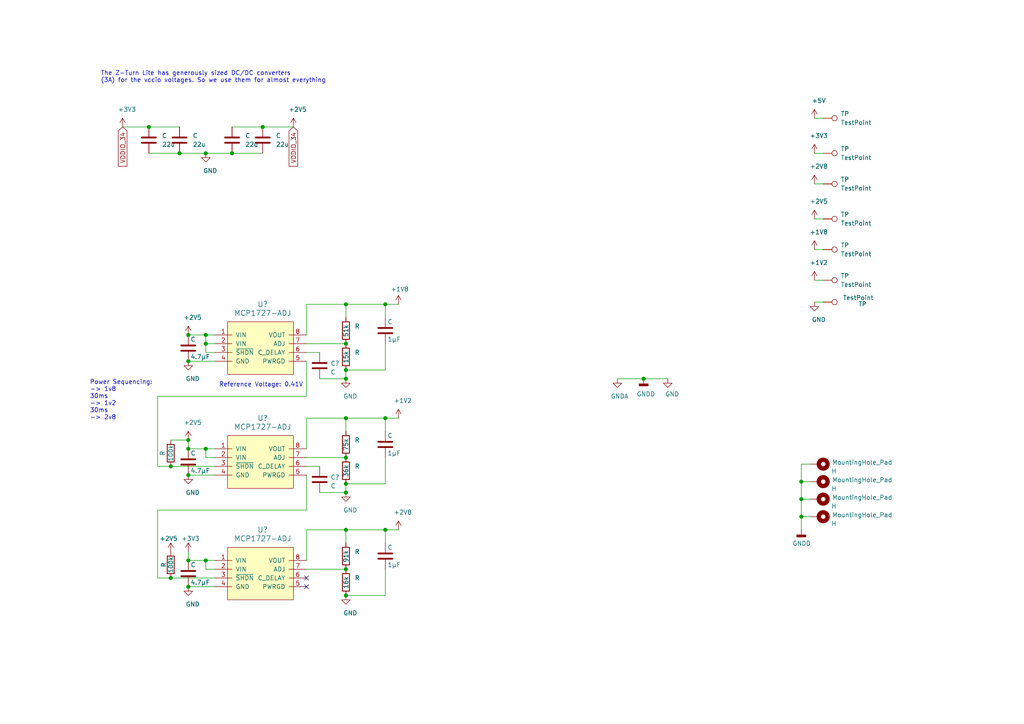
<source format=kicad_sch>
(kicad_sch (version 20201015) (generator eeschema)
  (paper "A4")
  (title_block (title "AXIOM Micro r2.1") (date "2021-01-18") (rev "2.1") (company "Apertus"))
  (lib_symbols
    (symbol "Connector:TestPoint" (pin_numbers hide) (pin_names (offset 0.762) hide)
      (property "Reference" "TP" (at 0 6.858 0))
      (property "Value" "TestPoint" (at 0 5.08 0))
      (symbol "TestPoint_0_1"
        (circle (center 0 3.302) (radius 0.762))
      )
      (symbol "TestPoint_1_1"
        (pin passive line (at 0 0 90) (length 2.54) (name "1") (number "1"))
      )
    )
    (symbol "Device:C" (pin_numbers hide) (pin_names (offset 0.254))
      (property "Reference" "C" (at 0.635 2.54 0))
      (property "Value" "C" (at 0.635 -2.54 0))
      (symbol "C_0_1"
        (polyline (pts (xy -2.032 -0.762) (xy 2.032 -0.762)) (stroke (width 0.508)))
        (polyline (pts (xy -2.032 0.762) (xy 2.032 0.762)) (stroke (width 0.508)))
      )
      (symbol "C_1_1"
        (pin passive line (at 0 3.81 270) (length 2.794) (name "~") (number "1"))
        (pin passive line (at 0 -3.81 90) (length 2.794) (name "~") (number "2"))
      )
    )
    (symbol "Device:R" (pin_numbers hide) (pin_names (offset 0))
      (property "Reference" "R" (at 2.032 0 90))
      (property "Value" "R" (at 0 0 90))
      (symbol "R_0_1"
        (rectangle (start -1.016 -2.54) (end 1.016 2.54) (stroke (width 0.254)))
      )
      (symbol "R_1_1"
        (pin passive line (at 0 3.81 270) (length 1.27) (name "~") (number "1"))
        (pin passive line (at 0 -3.81 90) (length 1.27) (name "~") (number "2"))
      )
    )
    (symbol "Mechanical:MountingHole_Pad" (pin_numbers hide) (pin_names (offset 1.016) hide)
      (property "Reference" "H" (at 0 6.35 0))
      (property "Value" "MountingHole_Pad" (at 0 4.445 0))
      (symbol "MountingHole_Pad_0_1"
        (circle (center 0 1.27) (radius 1.27) (stroke (width 1.27)))
      )
      (symbol "MountingHole_Pad_1_1"
        (pin input line (at 0 -2.54 90) (length 2.54) (name "1") (number "1"))
      )
    )
    (symbol "ic:MCP1727-ADJ" (pin_names (offset 1.016))
      (property "Reference" "U" (at 0 -8.89 0))
      (property "Value" "MCP1727-ADJ" (at 0 8.89 0))
      (symbol "MCP1727-ADJ_0_1"
        (rectangle (start -8.89 7.62) (end 10.16 -7.62) (fill (type background)))
      )
      (symbol "MCP1727-ADJ_1_1"
        (pin power_in line (at -12.7 3.81 0) (length 5.08) (name "VIN") (number "1"))
        (pin power_in line (at -12.7 1.27 0) (length 5.08) (name "VIN") (number "2"))
        (pin input line (at -12.7 -1.27 0) (length 5.08) (name "~SHDN") (number "3"))
        (pin power_in line (at -12.7 -3.81 0) (length 5.08) (name "GND") (number "4"))
        (pin output line (at 13.97 -3.81 180) (length 5.08) (name "PWRGD") (number "5"))
        (pin input line (at 13.97 -1.27 180) (length 5.08) (name "C_DELAY") (number "6"))
        (pin input line (at 13.97 1.27 180) (length 5.08) (name "ADJ") (number "7"))
        (pin power_out line (at 13.97 3.81 180) (length 5.08) (name "VOUT") (number "8"))
      )
    )
    (symbol "power:+1V2" (power) (pin_names (offset 0))
      (property "Value" "+1V2" (at 0 3.556 0))
      (symbol "+1V2_0_1"
        (polyline (pts (xy -0.762 1.27) (xy 0 2.54)))
        (polyline (pts (xy 0 0) (xy 0 2.54)))
        (polyline (pts (xy 0 2.54) (xy 0.762 1.27)))
      )
      (symbol "+1V2_1_1"
        (pin power_in line (at 0 0 90) (length 0) hide (name "+1V2") (number "1"))
      )
    )
    (symbol "power:+1V8" (power) (pin_names (offset 0))
      (property "Value" "+1V8" (at 0 3.556 0))
      (symbol "+1V8_0_1"
        (polyline (pts (xy -0.762 1.27) (xy 0 2.54)))
        (polyline (pts (xy 0 0) (xy 0 2.54)))
        (polyline (pts (xy 0 2.54) (xy 0.762 1.27)))
      )
      (symbol "+1V8_1_1"
        (pin power_in line (at 0 0 90) (length 0) hide (name "+1V8") (number "1"))
      )
    )
    (symbol "power:+2V5" (power) (pin_names (offset 0))
      (property "Value" "+2V5" (at 0 3.556 0))
      (symbol "+2V5_0_1"
        (polyline (pts (xy -0.762 1.27) (xy 0 2.54)))
        (polyline (pts (xy 0 0) (xy 0 2.54)))
        (polyline (pts (xy 0 2.54) (xy 0.762 1.27)))
      )
      (symbol "+2V5_1_1"
        (pin power_in line (at 0 0 90) (length 0) hide (name "+2V5") (number "1"))
      )
    )
    (symbol "power:+2V8" (power) (pin_names (offset 0))
      (property "Value" "+2V8" (at 0 3.556 0))
      (symbol "+2V8_0_1"
        (polyline (pts (xy -0.762 1.27) (xy 0 2.54)))
        (polyline (pts (xy 0 0) (xy 0 2.54)))
        (polyline (pts (xy 0 2.54) (xy 0.762 1.27)))
      )
      (symbol "+2V8_1_1"
        (pin power_in line (at 0 0 90) (length 0) hide (name "+2V8") (number "1"))
      )
    )
    (symbol "power:+3V3" (power) (pin_names (offset 0))
      (property "Value" "+3V3" (at 0 3.556 0))
      (symbol "+3V3_0_1"
        (polyline (pts (xy -0.762 1.27) (xy 0 2.54)))
        (polyline (pts (xy 0 0) (xy 0 2.54)))
        (polyline (pts (xy 0 2.54) (xy 0.762 1.27)))
      )
      (symbol "+3V3_1_1"
        (pin power_in line (at 0 0 90) (length 0) hide (name "+3V3") (number "1"))
      )
    )
    (symbol "power:+5V" (power) (pin_names (offset 0))
      (property "Value" "+5V" (at 0 3.556 0))
      (symbol "+5V_0_1"
        (polyline (pts (xy -0.762 1.27) (xy 0 2.54)))
        (polyline (pts (xy 0 0) (xy 0 2.54)))
        (polyline (pts (xy 0 2.54) (xy 0.762 1.27)))
      )
      (symbol "+5V_1_1"
        (pin power_in line (at 0 0 90) (length 0) hide (name "+5V") (number "1"))
      )
    )
    (symbol "power:GND" (power) (pin_names (offset 0))
      (property "Value" "GND" (at 0 -3.81 0))
      (symbol "GND_0_1"
        (polyline (pts (xy 0 0) (xy 0 -1.27) (xy 1.27 -1.27) (xy 0 -2.54) (xy -1.27 -1.27) (xy 0 -1.27)))
      )
      (symbol "GND_1_1"
        (pin power_in line (at 0 0 270) (length 0) hide (name "GND") (number "1"))
      )
    )
    (symbol "power:GNDA" (power) (pin_names (offset 0))
      (property "Value" "GNDA" (at 0 -3.81 0))
      (symbol "GNDA_0_1"
        (polyline (pts (xy 0 0) (xy 0 -1.27) (xy 1.27 -1.27) (xy 0 -2.54) (xy -1.27 -1.27) (xy 0 -1.27)))
      )
      (symbol "GNDA_1_1"
        (pin power_in line (at 0 0 270) (length 0) hide (name "GNDA") (number "1"))
      )
    )
    (symbol "power:GNDD" (power) (pin_names (offset 0))
      (property "Value" "GNDD" (at 0 -3.175 0))
      (symbol "GNDD_0_1"
        (rectangle (start -1.27 -1.524) (end 1.27 -2.032) (stroke (width 0.254)) (fill (type outline)))
        (polyline (pts (xy 0 0) (xy 0 -1.524)))
      )
      (symbol "GNDD_1_1"
        (pin power_in line (at 0 0 270) (length 0) hide (name "GNDD") (number "1"))
      )
    )
  )
  (junction (at 43.18 36.83) (diameter 1.016))
  (junction (at 49.53 135.255) (diameter 1.016))
  (junction (at 49.53 167.64) (diameter 1.016))
  (junction (at 52.07 44.45) (diameter 1.016))
  (junction (at 54.61 97.155) (diameter 1.016))
  (junction (at 54.61 104.775) (diameter 1.016))
  (junction (at 54.61 127.635) (diameter 1.016))
  (junction (at 54.61 130.175) (diameter 1.016))
  (junction (at 54.61 137.795) (diameter 1.016))
  (junction (at 54.61 162.56) (diameter 1.016))
  (junction (at 54.61 170.18) (diameter 1.016))
  (junction (at 59.69 44.45) (diameter 1.016))
  (junction (at 59.69 97.155) (diameter 1.016))
  (junction (at 59.69 99.695) (diameter 1.016))
  (junction (at 59.69 130.175) (diameter 1.016))
  (junction (at 59.69 162.56) (diameter 1.016))
  (junction (at 67.31 44.45) (diameter 1.016))
  (junction (at 76.2 36.83) (diameter 1.016))
  (junction (at 100.33 88.265) (diameter 1.016))
  (junction (at 100.33 99.695) (diameter 1.016))
  (junction (at 100.33 107.315) (diameter 1.016))
  (junction (at 100.33 109.855) (diameter 1.016))
  (junction (at 100.33 121.285) (diameter 1.016))
  (junction (at 100.33 132.715) (diameter 1.016))
  (junction (at 100.33 140.335) (diameter 1.016))
  (junction (at 100.33 142.875) (diameter 1.016))
  (junction (at 100.33 153.67) (diameter 1.016))
  (junction (at 100.33 165.1) (diameter 1.016))
  (junction (at 100.33 172.72) (diameter 1.016))
  (junction (at 111.76 88.265) (diameter 1.016))
  (junction (at 111.76 121.285) (diameter 1.016))
  (junction (at 111.76 153.67) (diameter 1.016))
  (junction (at 186.69 109.855) (diameter 1.016))
  (junction (at 232.41 139.7) (diameter 1.016))
  (junction (at 232.41 144.78) (diameter 1.016))
  (junction (at 232.41 149.86) (diameter 1.016))
  (no_connect (at 88.9 167.64))
  (no_connect (at 88.9 170.18))
  (wire (pts (xy 35.56 36.83) (xy 43.18 36.83)))
  (wire (pts (xy 43.18 36.83) (xy 52.07 36.83)))
  (wire (pts (xy 43.18 44.45) (xy 52.07 44.45)))
  (wire (pts (xy 45.72 114.935) (xy 45.72 135.255)))
  (wire (pts (xy 45.72 114.935) (xy 88.9 114.935)))
  (wire (pts (xy 45.72 135.255) (xy 49.53 135.255)))
  (wire (pts (xy 45.72 147.955) (xy 88.9 147.955)))
  (wire (pts (xy 45.72 167.64) (xy 45.72 147.955)))
  (wire (pts (xy 45.72 167.64) (xy 49.53 167.64)))
  (wire (pts (xy 49.53 127.635) (xy 54.61 127.635)))
  (wire (pts (xy 49.53 135.255) (xy 62.23 135.255)))
  (wire (pts (xy 49.53 167.64) (xy 62.23 167.64)))
  (wire (pts (xy 52.07 44.45) (xy 59.69 44.45)))
  (wire (pts (xy 54.61 97.155) (xy 59.69 97.155)))
  (wire (pts (xy 54.61 104.775) (xy 62.23 104.775)))
  (wire (pts (xy 54.61 127.635) (xy 54.61 130.175)))
  (wire (pts (xy 54.61 130.175) (xy 59.69 130.175)))
  (wire (pts (xy 54.61 137.795) (xy 62.23 137.795)))
  (wire (pts (xy 54.61 160.02) (xy 54.61 162.56)))
  (wire (pts (xy 54.61 162.56) (xy 59.69 162.56)))
  (wire (pts (xy 54.61 170.18) (xy 62.23 170.18)))
  (wire (pts (xy 59.69 44.45) (xy 67.31 44.45)))
  (wire (pts (xy 59.69 97.155) (xy 59.69 99.695)))
  (wire (pts (xy 59.69 97.155) (xy 62.23 97.155)))
  (wire (pts (xy 59.69 99.695) (xy 59.69 102.235)))
  (wire (pts (xy 59.69 99.695) (xy 62.23 99.695)))
  (wire (pts (xy 59.69 102.235) (xy 62.23 102.235)))
  (wire (pts (xy 59.69 130.175) (xy 59.69 132.715)))
  (wire (pts (xy 59.69 130.175) (xy 62.23 130.175)))
  (wire (pts (xy 59.69 132.715) (xy 62.23 132.715)))
  (wire (pts (xy 59.69 162.56) (xy 59.69 165.1)))
  (wire (pts (xy 59.69 162.56) (xy 62.23 162.56)))
  (wire (pts (xy 59.69 165.1) (xy 62.23 165.1)))
  (wire (pts (xy 67.31 36.83) (xy 76.2 36.83)))
  (wire (pts (xy 67.31 44.45) (xy 76.2 44.45)))
  (wire (pts (xy 76.2 36.83) (xy 85.09 36.83)))
  (wire (pts (xy 88.9 88.265) (xy 88.9 97.155)))
  (wire (pts (xy 88.9 88.265) (xy 100.33 88.265)))
  (wire (pts (xy 88.9 99.695) (xy 100.33 99.695)))
  (wire (pts (xy 88.9 102.235) (xy 92.71 102.235)))
  (wire (pts (xy 88.9 114.935) (xy 88.9 104.775)))
  (wire (pts (xy 88.9 121.285) (xy 88.9 130.175)))
  (wire (pts (xy 88.9 121.285) (xy 100.33 121.285)))
  (wire (pts (xy 88.9 132.715) (xy 100.33 132.715)))
  (wire (pts (xy 88.9 135.255) (xy 92.71 135.255)))
  (wire (pts (xy 88.9 147.955) (xy 88.9 137.795)))
  (wire (pts (xy 88.9 153.67) (xy 88.9 162.56)))
  (wire (pts (xy 88.9 153.67) (xy 100.33 153.67)))
  (wire (pts (xy 88.9 165.1) (xy 100.33 165.1)))
  (wire (pts (xy 92.71 109.855) (xy 100.33 109.855)))
  (wire (pts (xy 92.71 142.875) (xy 100.33 142.875)))
  (wire (pts (xy 100.33 92.075) (xy 100.33 88.265)))
  (wire (pts (xy 100.33 107.315) (xy 100.33 109.855)))
  (wire (pts (xy 100.33 125.095) (xy 100.33 121.285)))
  (wire (pts (xy 100.33 140.335) (xy 100.33 142.875)))
  (wire (pts (xy 100.33 157.48) (xy 100.33 153.67)))
  (wire (pts (xy 111.76 88.265) (xy 100.33 88.265)))
  (wire (pts (xy 111.76 88.265) (xy 115.57 88.265)))
  (wire (pts (xy 111.76 92.075) (xy 111.76 88.265)))
  (wire (pts (xy 111.76 99.695) (xy 111.76 107.315)))
  (wire (pts (xy 111.76 107.315) (xy 100.33 107.315)))
  (wire (pts (xy 111.76 121.285) (xy 100.33 121.285)))
  (wire (pts (xy 111.76 121.285) (xy 115.57 121.285)))
  (wire (pts (xy 111.76 125.095) (xy 111.76 121.285)))
  (wire (pts (xy 111.76 132.715) (xy 111.76 140.335)))
  (wire (pts (xy 111.76 140.335) (xy 100.33 140.335)))
  (wire (pts (xy 111.76 153.67) (xy 100.33 153.67)))
  (wire (pts (xy 111.76 153.67) (xy 115.57 153.67)))
  (wire (pts (xy 111.76 157.48) (xy 111.76 153.67)))
  (wire (pts (xy 111.76 165.1) (xy 111.76 172.72)))
  (wire (pts (xy 111.76 172.72) (xy 100.33 172.72)))
  (wire (pts (xy 179.07 109.855) (xy 186.69 109.855)))
  (wire (pts (xy 186.69 109.855) (xy 193.675 109.855)))
  (wire (pts (xy 232.41 134.62) (xy 232.41 139.7)))
  (wire (pts (xy 232.41 134.62) (xy 234.95 134.62)))
  (wire (pts (xy 232.41 139.7) (xy 232.41 144.78)))
  (wire (pts (xy 232.41 139.7) (xy 234.95 139.7)))
  (wire (pts (xy 232.41 144.78) (xy 232.41 149.86)))
  (wire (pts (xy 232.41 144.78) (xy 234.95 144.78)))
  (wire (pts (xy 232.41 149.86) (xy 232.41 153.67)))
  (wire (pts (xy 232.41 149.86) (xy 234.95 149.86)))
  (wire (pts (xy 236.22 34.29) (xy 238.76 34.29)))
  (wire (pts (xy 236.22 44.45) (xy 238.76 44.45)))
  (wire (pts (xy 236.22 53.34) (xy 238.76 53.34)))
  (wire (pts (xy 236.22 63.5) (xy 238.76 63.5)))
  (wire (pts (xy 236.22 72.39) (xy 238.76 72.39)))
  (wire (pts (xy 236.22 81.28) (xy 238.76 81.28)))
  (wire (pts (xy 236.22 87.63) (xy 238.76 87.63)))
  (text "Power Sequencing:\n-> 1v8\n30ms\n-> 1v2\n30ms\n-> 2v8" (at 26.035 121.92 0) (effects (font (size 1.27 1.27)) (justify left bottom)))
  (text "The Z-Turn Lite has generously sized DC/DC converters\n(3A) for the vccio voltages. So we use them for almost everything" (at 29.21 24.13 0) (effects (font (size 1.27 1.27)) (justify left bottom)))
  (text "Reference Voltage: 0.41V" (at 63.5 112.395 0) (effects (font (size 1.27 1.27)) (justify left bottom)))
  (global_label "VDDIO_34" (shape input) (at 35.56 36.83 270) (property "Intersheet References" "${INTERSHEET_REFS}" (effects hide)))
  (global_label "VDDIO_34" (shape input) (at 85.09 36.83 270) (property "Intersheet References" "${INTERSHEET_REFS}" (effects hide)))
  (symbol (lib_id "Connector:TestPoint") (at 238.76 34.29 270) (unit 1)
    (property "Reference" "TP" (at 243.84 33.02 90) (effects (justify left)))
    (property "Value" "TestPoint" (at 243.84 35.56 90) (effects (justify left)))
  )
  (symbol (lib_id "Connector:TestPoint") (at 238.76 44.45 270) (unit 1)
    (property "Reference" "TP" (at 243.84 43.18 90) (effects (justify left)))
    (property "Value" "TestPoint" (at 243.84 45.72 90) (effects (justify left)))
  )
  (symbol (lib_id "Connector:TestPoint") (at 238.76 53.34 270) (unit 1)
    (property "Reference" "TP" (at 243.84 52.07 90) (effects (justify left)))
    (property "Value" "TestPoint" (at 243.84 54.61 90) (effects (justify left)))
  )
  (symbol (lib_id "Connector:TestPoint") (at 238.76 63.5 270) (unit 1)
    (property "Reference" "TP" (at 243.84 62.23 90) (effects (justify left)))
    (property "Value" "TestPoint" (at 243.84 64.77 90) (effects (justify left)))
  )
  (symbol (lib_id "Connector:TestPoint") (at 238.76 72.39 270) (unit 1)
    (property "Reference" "TP" (at 243.84 71.12 90) (effects (justify left)))
    (property "Value" "TestPoint" (at 243.84 73.66 90) (effects (justify left)))
  )
  (symbol (lib_id "Connector:TestPoint") (at 238.76 81.28 270) (unit 1)
    (property "Reference" "TP" (at 243.84 80.01 90) (effects (justify left)))
    (property "Value" "TestPoint" (at 243.84 82.55 90) (effects (justify left)))
  )
  (symbol (lib_id "Connector:TestPoint") (at 238.76 87.63 270) (unit 1)
    (property "Reference" "TP" (at 250.19 88.9 90) (effects (justify bottom)))
    (property "Value" "TestPoint" (at 248.92 86.36 90))
    (property "Footprint" "Connectors_TestPoints:Test_Point_Pad_2.0x2.0mm" (effects hide))
  )
  (symbol (lib_id "power:+3V3") (at 35.56 36.83 0) (unit 1)
    (property "Reference" "#PWR" (effects hide))
    (property "Value" "+3V3" (at 36.83 31.75 0))
  )
  (symbol (lib_id "power:+2V5") (at 49.53 160.02 0) (unit 1)
    (property "Reference" "#PWR?" (effects hide))
    (property "Value" "+2V5" (at 48.895 156.21 0))
  )
  (symbol (lib_id "power:+2V5") (at 54.61 97.155 0) (unit 1)
    (property "Reference" "#PWR" (effects hide))
    (property "Value" "+2V5" (at 55.88 92.075 0))
  )
  (symbol (lib_id "power:+2V5") (at 54.61 127.635 0) (unit 1)
    (property "Reference" "#PWR" (effects hide))
    (property "Value" "+2V5" (at 55.88 122.555 0))
  )
  (symbol (lib_id "power:+3V3") (at 54.61 160.02 0) (unit 1)
    (property "Reference" "#PWR" (effects hide))
    (property "Value" "+3V3" (at 55.245 156.21 0))
  )
  (symbol (lib_id "power:+2V5") (at 85.09 36.83 0) (unit 1)
    (property "Reference" "#PWR" (effects hide))
    (property "Value" "+2V5" (at 86.36 31.75 0))
  )
  (symbol (lib_id "power:+1V8") (at 115.57 88.265 0) (unit 1)
    (property "Reference" "#PWR" (effects hide))
    (property "Value" "+1V8" (at 115.951 83.8708 0))
  )
  (symbol (lib_id "power:+1V2") (at 115.57 121.285 0) (unit 1)
    (property "Reference" "#PWR" (effects hide))
    (property "Value" "+1V2" (at 116.84 116.205 0))
  )
  (symbol (lib_id "power:+2V8") (at 115.57 153.67 0) (unit 1)
    (property "Reference" "#PWR" (effects hide))
    (property "Value" "+2V8" (at 116.84 148.59 0))
  )
  (symbol (lib_id "power:+5V") (at 236.22 34.29 0) (unit 1)
    (property "Reference" "#PWR" (effects hide))
    (property "Value" "+5V" (at 237.49 29.21 0))
  )
  (symbol (lib_id "power:+3V3") (at 236.22 44.45 0) (unit 1)
    (property "Reference" "#PWR" (effects hide))
    (property "Value" "+3V3" (at 237.49 39.37 0))
  )
  (symbol (lib_id "power:+2V8") (at 236.22 53.34 0) (unit 1)
    (property "Reference" "#PWR" (effects hide))
    (property "Value" "+2V8" (at 237.49 48.26 0))
  )
  (symbol (lib_id "power:+2V5") (at 236.22 63.5 0) (unit 1)
    (property "Reference" "#PWR" (effects hide))
    (property "Value" "+2V5" (at 237.49 58.42 0))
  )
  (symbol (lib_id "power:+1V8") (at 236.22 72.39 0) (unit 1)
    (property "Reference" "#PWR" (effects hide))
    (property "Value" "+1V8" (at 237.49 67.31 0))
  )
  (symbol (lib_id "power:+1V2") (at 236.22 81.28 0) (unit 1)
    (property "Reference" "#PWR" (effects hide))
    (property "Value" "+1V2" (at 237.49 76.2 0))
  )
  (symbol (lib_id "power:GNDD") (at 186.69 109.855 0) (unit 1)
    (property "Reference" "#PWR" (effects hide))
    (property "Value" "GNDD" (at 187.325 114.3 0))
  )
  (symbol (lib_id "power:GNDD") (at 232.41 153.67 0) (unit 1)
    (property "Reference" "#PWR" (effects hide))
    (property "Value" "GNDD" (at 232.5116 157.607 0))
  )
  (symbol (lib_id "power:GND") (at 54.61 104.775 0) (unit 1)
    (property "Reference" "#PWR" (effects hide))
    (property "Value" "GND" (at 55.88 109.855 0))
  )
  (symbol (lib_id "power:GND") (at 54.61 137.795 0) (unit 1)
    (property "Reference" "#PWR" (effects hide))
    (property "Value" "GND" (at 55.88 142.875 0))
  )
  (symbol (lib_id "power:GND") (at 54.61 170.18 0) (unit 1)
    (property "Reference" "#PWR" (effects hide))
    (property "Value" "GND" (at 55.88 175.26 0))
  )
  (symbol (lib_id "power:GND") (at 59.69 44.45 0) (unit 1)
    (property "Reference" "#PWR" (effects hide))
    (property "Value" "GND" (at 60.96 49.53 0))
  )
  (symbol (lib_id "power:GND") (at 100.33 109.855 0) (unit 1)
    (property "Reference" "#PWR" (effects hide))
    (property "Value" "GND" (at 101.6 114.935 0))
  )
  (symbol (lib_id "power:GND") (at 100.33 142.875 0) (unit 1)
    (property "Reference" "#PWR" (effects hide))
    (property "Value" "GND" (at 101.6 147.955 0))
  )
  (symbol (lib_id "power:GND") (at 100.33 172.72 0) (unit 1)
    (property "Reference" "#PWR" (effects hide))
    (property "Value" "GND" (at 101.6 177.8 0))
  )
  (symbol (lib_id "power:GNDA") (at 179.07 109.855 0) (unit 1)
    (property "Reference" "#PWR" (effects hide))
    (property "Value" "GNDA" (at 179.705 114.935 0))
  )
  (symbol (lib_id "power:GND") (at 193.675 109.855 0) (unit 1)
    (property "Reference" "#PWR" (effects hide))
    (property "Value" "GND" (at 194.945 114.3 0))
  )
  (symbol (lib_id "power:GND") (at 236.22 87.63 0) (unit 1)
    (property "Reference" "#PWR" (effects hide))
    (property "Value" "GND" (at 237.49 92.71 0))
  )
  (symbol (lib_id "Device:R") (at 49.53 131.445 0) (unit 1)
    (property "Reference" "R" (at 47.117 131.445 90))
    (property "Value" "100k" (at 49.53 131.445 90))
    (property "Footprint" "Resistors_SMD:R_0603_HandSoldering" (effects hide))
  )
  (symbol (lib_id "Device:R") (at 49.53 163.83 0) (mirror y) (unit 1)
    (property "Reference" "R" (at 47.498 163.83 90))
    (property "Value" "100k" (at 49.53 163.83 90))
    (property "Footprint" "Resistors_SMD:R_0603_HandSoldering" (effects hide))
  )
  (symbol (lib_id "Device:R") (at 100.33 95.885 0) (unit 1)
    (property "Reference" "R" (at 102.87 94.615 0) (effects (justify left)))
    (property "Value" "51k" (at 100.33 97.79 90) (effects (justify left)))
  )
  (symbol (lib_id "Device:R") (at 100.33 103.505 0) (unit 1)
    (property "Reference" "R" (at 102.87 102.235 0) (effects (justify left)))
    (property "Value" "15k" (at 100.33 105.41 90) (effects (justify left)))
  )
  (symbol (lib_id "Device:R") (at 100.33 128.905 0) (unit 1)
    (property "Reference" "R" (at 102.87 127.635 0) (effects (justify left)))
    (property "Value" "75k" (at 100.33 130.81 90) (effects (justify left)))
  )
  (symbol (lib_id "Device:R") (at 100.33 136.525 0) (unit 1)
    (property "Reference" "R" (at 102.87 135.255 0) (effects (justify left)))
    (property "Value" "36k" (at 100.33 138.43 90) (effects (justify left)))
  )
  (symbol (lib_id "Device:R") (at 100.33 161.29 0) (unit 1)
    (property "Reference" "R" (at 102.87 160.02 0) (effects (justify left)))
    (property "Value" "91k" (at 100.33 163.195 90) (effects (justify left)))
  )
  (symbol (lib_id "Device:R") (at 100.33 168.91 0) (unit 1)
    (property "Reference" "R" (at 102.87 167.64 0) (effects (justify left)))
    (property "Value" "16k" (at 100.33 170.815 90) (effects (justify left)))
  )
  (symbol (lib_id "Mechanical:MountingHole_Pad") (at 237.49 134.62 270) (unit 1)
    (property "Reference" "H" (at 241.0968 136.652 90) (effects (justify left)))
    (property "Value" "MountingHole_Pad" (at 241.3254 134.112 90) (effects (justify left)))
    (property "Footprint" "Mounting_Holes:MountingHole_3.2mm_M3_Pad" (effects hide))
  )
  (symbol (lib_id "Mechanical:MountingHole_Pad") (at 237.49 139.7 270) (unit 1)
    (property "Reference" "H" (at 241.0968 141.732 90) (effects (justify left)))
    (property "Value" "MountingHole_Pad" (at 241.3254 139.192 90) (effects (justify left)))
    (property "Footprint" "Mounting_Holes:MountingHole_3.2mm_M3_Pad" (effects hide))
  )
  (symbol (lib_id "Mechanical:MountingHole_Pad") (at 237.49 144.78 270) (unit 1)
    (property "Reference" "H" (at 241.0968 146.812 90) (effects (justify left)))
    (property "Value" "MountingHole_Pad" (at 241.3254 144.272 90) (effects (justify left)))
    (property "Footprint" "Mounting_Holes:MountingHole_3.2mm_M3_Pad" (effects hide))
  )
  (symbol (lib_id "Mechanical:MountingHole_Pad") (at 237.49 149.86 270) (unit 1)
    (property "Reference" "H" (at 241.0968 151.892 90) (effects (justify left)))
    (property "Value" "MountingHole_Pad" (at 241.3254 149.352 90) (effects (justify left)))
    (property "Footprint" "Mounting_Holes:MountingHole_3.2mm_M3_Pad" (effects hide))
  )
  (symbol (lib_id "Device:C") (at 43.18 40.64 0) (unit 1)
    (property "Reference" "C" (at 46.99 39.37 0) (effects (justify left)))
    (property "Value" "22u" (at 46.99 41.91 0) (effects (justify left)))
  )
  (symbol (lib_id "Device:C") (at 52.07 40.64 0) (unit 1)
    (property "Reference" "C" (at 55.88 39.37 0) (effects (justify left)))
    (property "Value" "22u" (at 55.88 41.91 0) (effects (justify left)))
  )
  (symbol (lib_id "Device:C") (at 54.61 100.965 0) (unit 1)
    (property "Reference" "C" (at 55.245 98.425 0) (effects (justify left)))
    (property "Value" "4.7µF" (at 55.245 103.505 0) (effects (justify left)))
    (property "Footprint" "Capacitors_SMD:C_0603_HandSoldering" (effects hide))
  )
  (symbol (lib_id "Device:C") (at 54.61 133.985 0) (unit 1)
    (property "Reference" "C" (at 55.245 131.445 0) (effects (justify left)))
    (property "Value" "4.7µF" (at 55.245 136.525 0) (effects (justify left)))
    (property "Footprint" "Capacitors_SMD:C_0603_HandSoldering" (effects hide))
  )
  (symbol (lib_id "Device:C") (at 54.61 166.37 0) (unit 1)
    (property "Reference" "C" (at 55.245 163.83 0) (effects (justify left)))
    (property "Value" "4.7µF" (at 55.245 168.91 0) (effects (justify left)))
    (property "Footprint" "Capacitors_SMD:C_0603_HandSoldering" (effects hide))
  )
  (symbol (lib_id "Device:C") (at 67.31 40.64 0) (unit 1)
    (property "Reference" "C" (at 71.12 39.37 0) (effects (justify left)))
    (property "Value" "22u" (at 71.12 41.91 0) (effects (justify left)))
  )
  (symbol (lib_id "Device:C") (at 76.2 40.64 0) (unit 1)
    (property "Reference" "C" (at 80.01 39.37 0) (effects (justify left)))
    (property "Value" "22u" (at 80.01 41.91 0) (effects (justify left)))
  )
  (symbol (lib_id "Device:C") (at 92.71 106.045 0) (unit 1)
    (property "Reference" "C?" (at 95.885 105.41 0) (effects (justify left)))
    (property "Value" "C" (at 95.885 107.95 0) (effects (justify left)))
  )
  (symbol (lib_id "Device:C") (at 92.71 139.065 0) (unit 1)
    (property "Reference" "C?" (at 95.885 138.43 0) (effects (justify left)))
    (property "Value" "C" (at 95.885 140.97 0) (effects (justify left)))
  )
  (symbol (lib_id "Device:C") (at 111.76 95.885 0) (unit 1)
    (property "Reference" "C" (at 112.395 93.345 0) (effects (justify left)))
    (property "Value" "1µF" (at 112.395 98.425 0) (effects (justify left)))
    (property "Footprint" "Capacitors_SMD:C_0402" (effects hide))
  )
  (symbol (lib_id "Device:C") (at 111.76 128.905 0) (unit 1)
    (property "Reference" "C" (at 112.395 126.365 0) (effects (justify left)))
    (property "Value" "1µF" (at 112.395 131.445 0) (effects (justify left)))
    (property "Footprint" "Capacitors_SMD:C_0402" (effects hide))
  )
  (symbol (lib_id "Device:C") (at 111.76 161.29 0) (unit 1)
    (property "Reference" "C" (at 112.395 158.75 0) (effects (justify left)))
    (property "Value" "1µF" (at 112.395 163.83 0) (effects (justify left)))
    (property "Footprint" "Capacitors_SMD:C_0402" (effects hide))
  )
  (symbol (lib_id "ic:MCP1727-ADJ") (at 74.93 100.965 0) (unit 1)
    (property "Reference" "U?" (at 76.2 88.265 0) (effects (font (size 1.524 1.524))))
    (property "Value" "MCP1727-ADJ" (at 76.2 90.805 0) (effects (font (size 1.524 1.524))))
  )
  (symbol (lib_id "ic:MCP1727-ADJ") (at 74.93 133.985 0) (unit 1)
    (property "Reference" "U?" (at 76.2 121.285 0) (effects (font (size 1.524 1.524))))
    (property "Value" "MCP1727-ADJ" (at 76.2 123.825 0) (effects (font (size 1.524 1.524))))
  )
  (symbol (lib_id "ic:MCP1727-ADJ") (at 74.93 166.37 0) (unit 1)
    (property "Reference" "U?" (at 76.2 153.67 0) (effects (font (size 1.524 1.524))))
    (property "Value" "MCP1727-ADJ" (at 76.2 156.21 0) (effects (font (size 1.524 1.524))))
  )
)
</source>
